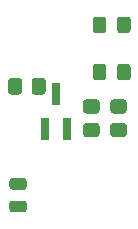
<source format=gbr>
%TF.GenerationSoftware,KiCad,Pcbnew,5.1.10*%
%TF.CreationDate,2021-05-14T23:01:05+02:00*%
%TF.ProjectId,kenwood-trrs,6b656e77-6f6f-4642-9d74-7272732e6b69,rev?*%
%TF.SameCoordinates,Original*%
%TF.FileFunction,Paste,Top*%
%TF.FilePolarity,Positive*%
%FSLAX46Y46*%
G04 Gerber Fmt 4.6, Leading zero omitted, Abs format (unit mm)*
G04 Created by KiCad (PCBNEW 5.1.10) date 2021-05-14 23:01:05*
%MOMM*%
%LPD*%
G01*
G04 APERTURE LIST*
%ADD10R,0.800000X1.900000*%
G04 APERTURE END LIST*
D10*
%TO.C,Q1*%
X152300000Y-80650000D03*
X153250000Y-83650000D03*
X151350000Y-83650000D03*
%TD*%
%TO.C,R5*%
G36*
G01*
X158050001Y-82308000D02*
X157149999Y-82308000D01*
G75*
G02*
X156900000Y-82058001I0J249999D01*
G01*
X156900000Y-81357999D01*
G75*
G02*
X157149999Y-81108000I249999J0D01*
G01*
X158050001Y-81108000D01*
G75*
G02*
X158300000Y-81357999I0J-249999D01*
G01*
X158300000Y-82058001D01*
G75*
G02*
X158050001Y-82308000I-249999J0D01*
G01*
G37*
G36*
G01*
X158050001Y-84308000D02*
X157149999Y-84308000D01*
G75*
G02*
X156900000Y-84058001I0J249999D01*
G01*
X156900000Y-83357999D01*
G75*
G02*
X157149999Y-83108000I249999J0D01*
G01*
X158050001Y-83108000D01*
G75*
G02*
X158300000Y-83357999I0J-249999D01*
G01*
X158300000Y-84058001D01*
G75*
G02*
X158050001Y-84308000I-249999J0D01*
G01*
G37*
%TD*%
%TO.C,R4*%
G36*
G01*
X155750001Y-82308000D02*
X154849999Y-82308000D01*
G75*
G02*
X154600000Y-82058001I0J249999D01*
G01*
X154600000Y-81357999D01*
G75*
G02*
X154849999Y-81108000I249999J0D01*
G01*
X155750001Y-81108000D01*
G75*
G02*
X156000000Y-81357999I0J-249999D01*
G01*
X156000000Y-82058001D01*
G75*
G02*
X155750001Y-82308000I-249999J0D01*
G01*
G37*
G36*
G01*
X155750001Y-84308000D02*
X154849999Y-84308000D01*
G75*
G02*
X154600000Y-84058001I0J249999D01*
G01*
X154600000Y-83357999D01*
G75*
G02*
X154849999Y-83108000I249999J0D01*
G01*
X155750001Y-83108000D01*
G75*
G02*
X156000000Y-83357999I0J-249999D01*
G01*
X156000000Y-84058001D01*
G75*
G02*
X155750001Y-84308000I-249999J0D01*
G01*
G37*
%TD*%
%TO.C,R1*%
G36*
G01*
X149450000Y-79549999D02*
X149450000Y-80450001D01*
G75*
G02*
X149200001Y-80700000I-249999J0D01*
G01*
X148499999Y-80700000D01*
G75*
G02*
X148250000Y-80450001I0J249999D01*
G01*
X148250000Y-79549999D01*
G75*
G02*
X148499999Y-79300000I249999J0D01*
G01*
X149200001Y-79300000D01*
G75*
G02*
X149450000Y-79549999I0J-249999D01*
G01*
G37*
G36*
G01*
X151450000Y-79549999D02*
X151450000Y-80450001D01*
G75*
G02*
X151200001Y-80700000I-249999J0D01*
G01*
X150499999Y-80700000D01*
G75*
G02*
X150250000Y-80450001I0J249999D01*
G01*
X150250000Y-79549999D01*
G75*
G02*
X150499999Y-79300000I249999J0D01*
G01*
X151200001Y-79300000D01*
G75*
G02*
X151450000Y-79549999I0J-249999D01*
G01*
G37*
%TD*%
%TO.C,C2*%
G36*
G01*
X148623000Y-89670000D02*
X149573000Y-89670000D01*
G75*
G02*
X149823000Y-89920000I0J-250000D01*
G01*
X149823000Y-90420000D01*
G75*
G02*
X149573000Y-90670000I-250000J0D01*
G01*
X148623000Y-90670000D01*
G75*
G02*
X148373000Y-90420000I0J250000D01*
G01*
X148373000Y-89920000D01*
G75*
G02*
X148623000Y-89670000I250000J0D01*
G01*
G37*
G36*
G01*
X148623000Y-87770000D02*
X149573000Y-87770000D01*
G75*
G02*
X149823000Y-88020000I0J-250000D01*
G01*
X149823000Y-88520000D01*
G75*
G02*
X149573000Y-88770000I-250000J0D01*
G01*
X148623000Y-88770000D01*
G75*
G02*
X148373000Y-88520000I0J250000D01*
G01*
X148373000Y-88020000D01*
G75*
G02*
X148623000Y-87770000I250000J0D01*
G01*
G37*
%TD*%
%TO.C,R3*%
G36*
G01*
X156575000Y-78349999D02*
X156575000Y-79250001D01*
G75*
G02*
X156325001Y-79500000I-249999J0D01*
G01*
X155674999Y-79500000D01*
G75*
G02*
X155425000Y-79250001I0J249999D01*
G01*
X155425000Y-78349999D01*
G75*
G02*
X155674999Y-78100000I249999J0D01*
G01*
X156325001Y-78100000D01*
G75*
G02*
X156575000Y-78349999I0J-249999D01*
G01*
G37*
G36*
G01*
X158625000Y-78349999D02*
X158625000Y-79250001D01*
G75*
G02*
X158375001Y-79500000I-249999J0D01*
G01*
X157724999Y-79500000D01*
G75*
G02*
X157475000Y-79250001I0J249999D01*
G01*
X157475000Y-78349999D01*
G75*
G02*
X157724999Y-78100000I249999J0D01*
G01*
X158375001Y-78100000D01*
G75*
G02*
X158625000Y-78349999I0J-249999D01*
G01*
G37*
%TD*%
%TO.C,R2*%
G36*
G01*
X156575000Y-74349999D02*
X156575000Y-75250001D01*
G75*
G02*
X156325001Y-75500000I-249999J0D01*
G01*
X155674999Y-75500000D01*
G75*
G02*
X155425000Y-75250001I0J249999D01*
G01*
X155425000Y-74349999D01*
G75*
G02*
X155674999Y-74100000I249999J0D01*
G01*
X156325001Y-74100000D01*
G75*
G02*
X156575000Y-74349999I0J-249999D01*
G01*
G37*
G36*
G01*
X158625000Y-74349999D02*
X158625000Y-75250001D01*
G75*
G02*
X158375001Y-75500000I-249999J0D01*
G01*
X157724999Y-75500000D01*
G75*
G02*
X157475000Y-75250001I0J249999D01*
G01*
X157475000Y-74349999D01*
G75*
G02*
X157724999Y-74100000I249999J0D01*
G01*
X158375001Y-74100000D01*
G75*
G02*
X158625000Y-74349999I0J-249999D01*
G01*
G37*
%TD*%
M02*

</source>
